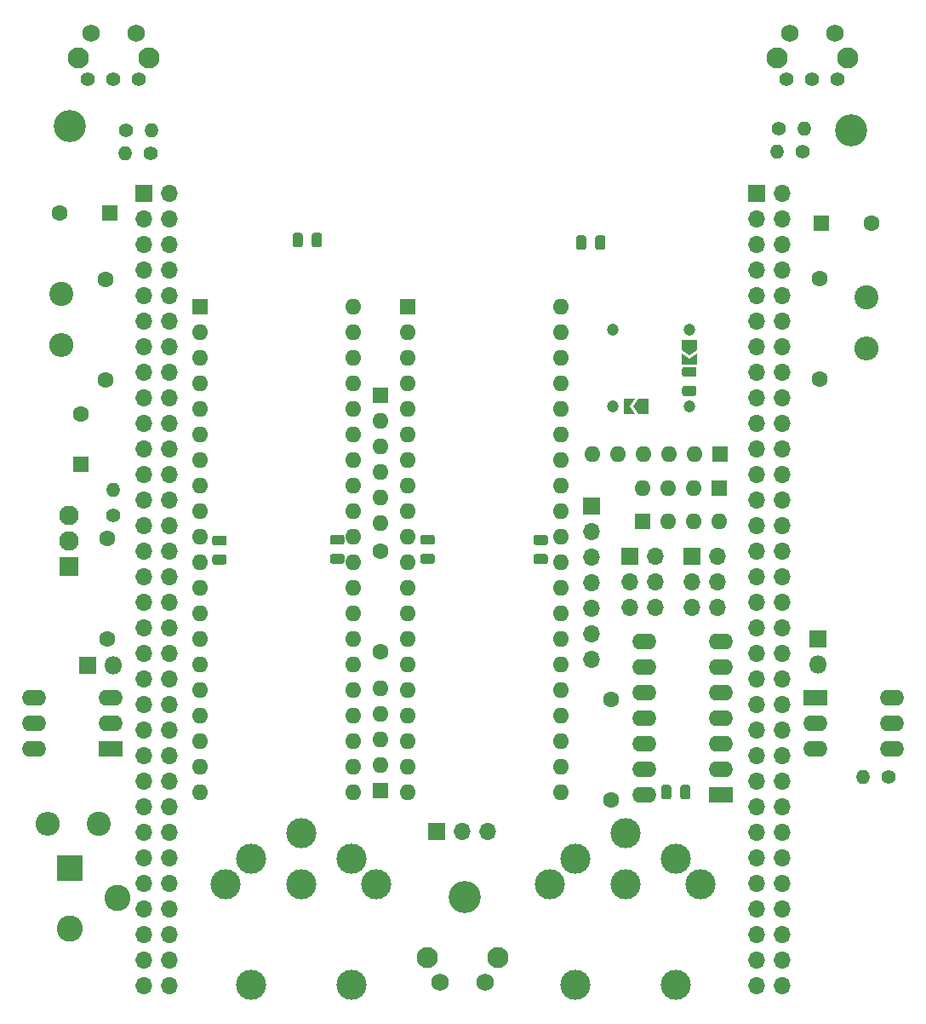
<source format=gbr>
G04 #@! TF.GenerationSoftware,KiCad,Pcbnew,(5.1.7)-1*
G04 #@! TF.CreationDate,2020-12-18T14:13:03+01:00*
G04 #@! TF.ProjectId,CR-VERSION,43522d56-4552-4534-994f-4e2e6b696361,rev?*
G04 #@! TF.SameCoordinates,Original*
G04 #@! TF.FileFunction,Soldermask,Bot*
G04 #@! TF.FilePolarity,Negative*
%FSLAX46Y46*%
G04 Gerber Fmt 4.6, Leading zero omitted, Abs format (unit mm)*
G04 Created by KiCad (PCBNEW (5.1.7)-1) date 2020-12-18 14:13:03*
%MOMM*%
%LPD*%
G01*
G04 APERTURE LIST*
%ADD10O,1.800000X1.800000*%
%ADD11R,1.800000X1.800000*%
%ADD12C,1.416000*%
%ADD13C,1.200000*%
%ADD14C,0.150000*%
%ADD15C,2.600000*%
%ADD16R,2.600000X2.600000*%
%ADD17C,1.600000*%
%ADD18R,1.600000X1.600000*%
%ADD19O,1.600000X1.600000*%
%ADD20O,2.400000X1.600000*%
%ADD21R,2.400000X1.600000*%
%ADD22O,1.400000X1.400000*%
%ADD23C,1.400000*%
%ADD24C,3.200000*%
%ADD25O,2.400000X2.400000*%
%ADD26C,2.400000*%
%ADD27C,2.100000*%
%ADD28C,1.750000*%
%ADD29O,1.700000X1.700000*%
%ADD30R,1.700000X1.700000*%
%ADD31C,1.935000*%
%ADD32R,1.935000X1.935000*%
%ADD33C,3.000000*%
G04 APERTURE END LIST*
D10*
X155303000Y-114894000D03*
D11*
X152763000Y-114894000D03*
D12*
X152763000Y-56601000D03*
X155303000Y-56601000D03*
X157843000Y-56601000D03*
X222232000Y-56601000D03*
X224772000Y-56601000D03*
X227312000Y-56601000D03*
D13*
X212580000Y-89113000D03*
X204960000Y-89113000D03*
X204960000Y-81493000D03*
X212580000Y-81493000D03*
G36*
G01*
X174157000Y-72128000D02*
X174157000Y-73078000D01*
G75*
G02*
X173907000Y-73328000I-250000J0D01*
G01*
X173407000Y-73328000D01*
G75*
G02*
X173157000Y-73078000I0J250000D01*
G01*
X173157000Y-72128000D01*
G75*
G02*
X173407000Y-71878000I250000J0D01*
G01*
X173907000Y-71878000D01*
G75*
G02*
X174157000Y-72128000I0J-250000D01*
G01*
G37*
G36*
G01*
X176057000Y-72128000D02*
X176057000Y-73078000D01*
G75*
G02*
X175807000Y-73328000I-250000J0D01*
G01*
X175307000Y-73328000D01*
G75*
G02*
X175057000Y-73078000I0J250000D01*
G01*
X175057000Y-72128000D01*
G75*
G02*
X175307000Y-71878000I250000J0D01*
G01*
X175807000Y-71878000D01*
G75*
G02*
X176057000Y-72128000I0J-250000D01*
G01*
G37*
G36*
G01*
X202351000Y-72382000D02*
X202351000Y-73332000D01*
G75*
G02*
X202101000Y-73582000I-250000J0D01*
G01*
X201601000Y-73582000D01*
G75*
G02*
X201351000Y-73332000I0J250000D01*
G01*
X201351000Y-72382000D01*
G75*
G02*
X201601000Y-72132000I250000J0D01*
G01*
X202101000Y-72132000D01*
G75*
G02*
X202351000Y-72382000I0J-250000D01*
G01*
G37*
G36*
G01*
X204251000Y-72382000D02*
X204251000Y-73332000D01*
G75*
G02*
X204001000Y-73582000I-250000J0D01*
G01*
X203501000Y-73582000D01*
G75*
G02*
X203251000Y-73332000I0J250000D01*
G01*
X203251000Y-72382000D01*
G75*
G02*
X203501000Y-72132000I250000J0D01*
G01*
X204001000Y-72132000D01*
G75*
G02*
X204251000Y-72382000I0J-250000D01*
G01*
G37*
G36*
G01*
X211709200Y-127942000D02*
X211709200Y-126992000D01*
G75*
G02*
X211959200Y-126742000I250000J0D01*
G01*
X212459200Y-126742000D01*
G75*
G02*
X212709200Y-126992000I0J-250000D01*
G01*
X212709200Y-127942000D01*
G75*
G02*
X212459200Y-128192000I-250000J0D01*
G01*
X211959200Y-128192000D01*
G75*
G02*
X211709200Y-127942000I0J250000D01*
G01*
G37*
G36*
G01*
X209809200Y-127942000D02*
X209809200Y-126992000D01*
G75*
G02*
X210059200Y-126742000I250000J0D01*
G01*
X210559200Y-126742000D01*
G75*
G02*
X210809200Y-126992000I0J-250000D01*
G01*
X210809200Y-127942000D01*
G75*
G02*
X210559200Y-128192000I-250000J0D01*
G01*
X210059200Y-128192000D01*
G75*
G02*
X209809200Y-127942000I0J250000D01*
G01*
G37*
D14*
G36*
X212605400Y-84054000D02*
G01*
X211855400Y-83554000D01*
X211855400Y-82554000D01*
X213355400Y-82554000D01*
X213355400Y-83554000D01*
X212605400Y-84054000D01*
G37*
G36*
X211855400Y-85004000D02*
G01*
X211855400Y-83854000D01*
X212605400Y-84354000D01*
X213355400Y-83854000D01*
X213355400Y-85004000D01*
X211855400Y-85004000D01*
G37*
D15*
X155685000Y-138023500D03*
X150985000Y-141023500D03*
D16*
X150985000Y-135023500D03*
D17*
X149922000Y-69936000D03*
D18*
X154922000Y-69936000D03*
D17*
X181909500Y-103497000D03*
X181909500Y-113497000D03*
D19*
X181846000Y-117180000D03*
X181846000Y-119720000D03*
X181846000Y-122260000D03*
X181846000Y-124800000D03*
D18*
X181846000Y-127340000D03*
D19*
X181896800Y-100695400D03*
X181896800Y-98155400D03*
X181896800Y-95615400D03*
X181896800Y-93075400D03*
X181896800Y-90535400D03*
D18*
X181896800Y-87995400D03*
D14*
G36*
X207021800Y-89138400D02*
G01*
X207521800Y-88388400D01*
X208521800Y-88388400D01*
X208521800Y-89888400D01*
X207521800Y-89888400D01*
X207021800Y-89138400D01*
G37*
G36*
X206071800Y-88388400D02*
G01*
X207221800Y-88388400D01*
X206721800Y-89138400D01*
X207221800Y-89888400D01*
X206071800Y-89888400D01*
X206071800Y-88388400D01*
G37*
G36*
G01*
X178053800Y-102887000D02*
X177103800Y-102887000D01*
G75*
G02*
X176853800Y-102637000I0J250000D01*
G01*
X176853800Y-102137000D01*
G75*
G02*
X177103800Y-101887000I250000J0D01*
G01*
X178053800Y-101887000D01*
G75*
G02*
X178303800Y-102137000I0J-250000D01*
G01*
X178303800Y-102637000D01*
G75*
G02*
X178053800Y-102887000I-250000J0D01*
G01*
G37*
G36*
G01*
X178053800Y-104787000D02*
X177103800Y-104787000D01*
G75*
G02*
X176853800Y-104537000I0J250000D01*
G01*
X176853800Y-104037000D01*
G75*
G02*
X177103800Y-103787000I250000J0D01*
G01*
X178053800Y-103787000D01*
G75*
G02*
X178303800Y-104037000I0J-250000D01*
G01*
X178303800Y-104537000D01*
G75*
G02*
X178053800Y-104787000I-250000J0D01*
G01*
G37*
G36*
G01*
X186095400Y-103787000D02*
X187045400Y-103787000D01*
G75*
G02*
X187295400Y-104037000I0J-250000D01*
G01*
X187295400Y-104537000D01*
G75*
G02*
X187045400Y-104787000I-250000J0D01*
G01*
X186095400Y-104787000D01*
G75*
G02*
X185845400Y-104537000I0J250000D01*
G01*
X185845400Y-104037000D01*
G75*
G02*
X186095400Y-103787000I250000J0D01*
G01*
G37*
G36*
G01*
X186095400Y-101887000D02*
X187045400Y-101887000D01*
G75*
G02*
X187295400Y-102137000I0J-250000D01*
G01*
X187295400Y-102637000D01*
G75*
G02*
X187045400Y-102887000I-250000J0D01*
G01*
X186095400Y-102887000D01*
G75*
G02*
X185845400Y-102637000I0J250000D01*
G01*
X185845400Y-102137000D01*
G75*
G02*
X186095400Y-101887000I250000J0D01*
G01*
G37*
G36*
G01*
X165394400Y-103863200D02*
X166344400Y-103863200D01*
G75*
G02*
X166594400Y-104113200I0J-250000D01*
G01*
X166594400Y-104613200D01*
G75*
G02*
X166344400Y-104863200I-250000J0D01*
G01*
X165394400Y-104863200D01*
G75*
G02*
X165144400Y-104613200I0J250000D01*
G01*
X165144400Y-104113200D01*
G75*
G02*
X165394400Y-103863200I250000J0D01*
G01*
G37*
G36*
G01*
X165394400Y-101963200D02*
X166344400Y-101963200D01*
G75*
G02*
X166594400Y-102213200I0J-250000D01*
G01*
X166594400Y-102713200D01*
G75*
G02*
X166344400Y-102963200I-250000J0D01*
G01*
X165394400Y-102963200D01*
G75*
G02*
X165144400Y-102713200I0J250000D01*
G01*
X165144400Y-102213200D01*
G75*
G02*
X165394400Y-101963200I250000J0D01*
G01*
G37*
G36*
G01*
X198297600Y-102912400D02*
X197347600Y-102912400D01*
G75*
G02*
X197097600Y-102662400I0J250000D01*
G01*
X197097600Y-102162400D01*
G75*
G02*
X197347600Y-101912400I250000J0D01*
G01*
X198297600Y-101912400D01*
G75*
G02*
X198547600Y-102162400I0J-250000D01*
G01*
X198547600Y-102662400D01*
G75*
G02*
X198297600Y-102912400I-250000J0D01*
G01*
G37*
G36*
G01*
X198297600Y-104812400D02*
X197347600Y-104812400D01*
G75*
G02*
X197097600Y-104562400I0J250000D01*
G01*
X197097600Y-104062400D01*
G75*
G02*
X197347600Y-103812400I250000J0D01*
G01*
X198297600Y-103812400D01*
G75*
G02*
X198547600Y-104062400I0J-250000D01*
G01*
X198547600Y-104562400D01*
G75*
G02*
X198297600Y-104812400I-250000J0D01*
G01*
G37*
G36*
G01*
X213080400Y-86199200D02*
X212130400Y-86199200D01*
G75*
G02*
X211880400Y-85949200I0J250000D01*
G01*
X211880400Y-85449200D01*
G75*
G02*
X212130400Y-85199200I250000J0D01*
G01*
X213080400Y-85199200D01*
G75*
G02*
X213330400Y-85449200I0J-250000D01*
G01*
X213330400Y-85949200D01*
G75*
G02*
X213080400Y-86199200I-250000J0D01*
G01*
G37*
G36*
G01*
X213080400Y-88099200D02*
X212130400Y-88099200D01*
G75*
G02*
X211880400Y-87849200I0J250000D01*
G01*
X211880400Y-87349200D01*
G75*
G02*
X212130400Y-87099200I250000J0D01*
G01*
X213080400Y-87099200D01*
G75*
G02*
X213330400Y-87349200I0J-250000D01*
G01*
X213330400Y-87849200D01*
G75*
G02*
X213080400Y-88099200I-250000J0D01*
G01*
G37*
D19*
X207957200Y-97215600D03*
X210497200Y-97215600D03*
X213037200Y-97215600D03*
D18*
X215577200Y-97215600D03*
D20*
X147429000Y-123161700D03*
X155049000Y-118081700D03*
X147429000Y-120621700D03*
X155049000Y-120621700D03*
X147429000Y-118081700D03*
D21*
X155049000Y-123161700D03*
D22*
X229852000Y-125943000D03*
D23*
X232392000Y-125943000D03*
D20*
X232773000Y-118107100D03*
X225153000Y-123187100D03*
X232773000Y-120647100D03*
X225153000Y-120647100D03*
X232773000Y-123187100D03*
D21*
X225153000Y-118107100D03*
D22*
X221343000Y-63840000D03*
D23*
X223883000Y-63840000D03*
D22*
X224010000Y-61554000D03*
D23*
X221470000Y-61554000D03*
D22*
X156446000Y-63967000D03*
D23*
X158986000Y-63967000D03*
D22*
X159113000Y-61681000D03*
D23*
X156573000Y-61681000D03*
D17*
X154541000Y-86540000D03*
X154541000Y-76540000D03*
X225534000Y-86413000D03*
X225534000Y-76413000D03*
X204833000Y-118229000D03*
X204833000Y-128229000D03*
D24*
X150985000Y-61300000D03*
X228709000Y-61681000D03*
X190228000Y-137881000D03*
D17*
X230724500Y-70952000D03*
D18*
X225724500Y-70952000D03*
D25*
X150096000Y-83017000D03*
D26*
X150096000Y-77937000D03*
D25*
X230233000Y-83398000D03*
D26*
X230233000Y-78318000D03*
D25*
X148749800Y-130642000D03*
D26*
X153829800Y-130642000D03*
D27*
X221363000Y-54519000D03*
D28*
X222613000Y-52029000D03*
X227113000Y-52029000D03*
D27*
X228373000Y-54519000D03*
D22*
X155303000Y-97418800D03*
D23*
X155303000Y-99958800D03*
D29*
X215437500Y-109115500D03*
X212897500Y-109115500D03*
X215437500Y-106575500D03*
X212897500Y-106575500D03*
X215437500Y-104035500D03*
D30*
X212897500Y-104035500D03*
D17*
X152102600Y-89853400D03*
D18*
X152102600Y-94853400D03*
D17*
X154668000Y-112244800D03*
X154668000Y-102244800D03*
D31*
X150858000Y-99958800D03*
X150858000Y-102498800D03*
D32*
X150858000Y-105038800D03*
D27*
X193573500Y-143900000D03*
D28*
X192323500Y-146390000D03*
X187823500Y-146390000D03*
D27*
X186563500Y-143900000D03*
D33*
X211230000Y-146589000D03*
X206230000Y-131589000D03*
X213730000Y-136589000D03*
X211230000Y-134089000D03*
X206230000Y-136589000D03*
X201230000Y-134089000D03*
X198730000Y-136589000D03*
X201230000Y-146589000D03*
D19*
X199816500Y-79207000D03*
X184576500Y-127467000D03*
X199816500Y-81747000D03*
X184576500Y-124927000D03*
X199816500Y-84287000D03*
X184576500Y-122387000D03*
X199816500Y-86827000D03*
X184576500Y-119847000D03*
X199816500Y-89367000D03*
X184576500Y-117307000D03*
X199816500Y-91907000D03*
X184576500Y-114767000D03*
X199816500Y-94447000D03*
X184576500Y-112227000D03*
X199816500Y-96987000D03*
X184576500Y-109687000D03*
X199816500Y-99527000D03*
X184576500Y-107147000D03*
X199816500Y-102067000D03*
X184576500Y-104607000D03*
X199816500Y-104607000D03*
X184576500Y-102067000D03*
X199816500Y-107147000D03*
X184576500Y-99527000D03*
X199816500Y-109687000D03*
X184576500Y-96987000D03*
X199816500Y-112227000D03*
X184576500Y-94447000D03*
X199816500Y-114767000D03*
X184576500Y-91907000D03*
X199816500Y-117307000D03*
X184576500Y-89367000D03*
X199816500Y-119847000D03*
X184576500Y-86827000D03*
X199816500Y-122387000D03*
X184576500Y-84287000D03*
X199816500Y-124927000D03*
X184576500Y-81747000D03*
X199816500Y-127467000D03*
D18*
X184576500Y-79207000D03*
D19*
X179179000Y-79207000D03*
X163939000Y-127467000D03*
X179179000Y-81747000D03*
X163939000Y-124927000D03*
X179179000Y-84287000D03*
X163939000Y-122387000D03*
X179179000Y-86827000D03*
X163939000Y-119847000D03*
X179179000Y-89367000D03*
X163939000Y-117307000D03*
X179179000Y-91907000D03*
X163939000Y-114767000D03*
X179179000Y-94447000D03*
X163939000Y-112227000D03*
X179179000Y-96987000D03*
X163939000Y-109687000D03*
X179179000Y-99527000D03*
X163939000Y-107147000D03*
X179179000Y-102067000D03*
X163939000Y-104607000D03*
X179179000Y-104607000D03*
X163939000Y-102067000D03*
X179179000Y-107147000D03*
X163939000Y-99527000D03*
X179179000Y-109687000D03*
X163939000Y-96987000D03*
X179179000Y-112227000D03*
X163939000Y-94447000D03*
X179179000Y-114767000D03*
X163939000Y-91907000D03*
X179179000Y-117307000D03*
X163939000Y-89367000D03*
X179179000Y-119847000D03*
X163939000Y-86827000D03*
X179179000Y-122387000D03*
X163939000Y-84287000D03*
X179179000Y-124927000D03*
X163939000Y-81747000D03*
X179179000Y-127467000D03*
D18*
X163939000Y-79207000D03*
D20*
X208135000Y-127721000D03*
X215755000Y-112481000D03*
X208135000Y-125181000D03*
X215755000Y-115021000D03*
X208135000Y-122641000D03*
X215755000Y-117561000D03*
X208135000Y-120101000D03*
X215755000Y-120101000D03*
X208135000Y-117561000D03*
X215755000Y-122641000D03*
X208135000Y-115021000D03*
X215755000Y-125181000D03*
X208135000Y-112481000D03*
D21*
X215755000Y-127721000D03*
D27*
X151830500Y-54519000D03*
D28*
X153080500Y-52029000D03*
X157580500Y-52029000D03*
D27*
X158840500Y-54519000D03*
D19*
X202928000Y-93875500D03*
X205468000Y-93875500D03*
X208008000Y-93875500D03*
X210548000Y-93875500D03*
X213088000Y-93875500D03*
D18*
X215628000Y-93875500D03*
D19*
X215564500Y-100543000D03*
X213024500Y-100543000D03*
X210484500Y-100543000D03*
D18*
X207944500Y-100543000D03*
D29*
X192514000Y-131340500D03*
X189974000Y-131340500D03*
D30*
X187434000Y-131340500D03*
D33*
X178972000Y-146589000D03*
X173972000Y-131589000D03*
X181472000Y-136589000D03*
X178972000Y-134089000D03*
X173972000Y-136589000D03*
X168972000Y-134089000D03*
X166472000Y-136589000D03*
X168972000Y-146589000D03*
D29*
X209214500Y-109115500D03*
X206674500Y-109115500D03*
X209214500Y-106575500D03*
X206674500Y-106575500D03*
X209214500Y-104035500D03*
D30*
X206674500Y-104035500D03*
D10*
X225407000Y-114767000D03*
D11*
X225407000Y-112227000D03*
D29*
X202902600Y-114309800D03*
X202902600Y-111769800D03*
X202902600Y-109229800D03*
X202902600Y-106689800D03*
X202902600Y-104149800D03*
X202902600Y-101609800D03*
D30*
X202902600Y-99069800D03*
D29*
X221840000Y-146740000D03*
X219300000Y-146740000D03*
X221840000Y-144200000D03*
X219300000Y-144200000D03*
X221840000Y-141660000D03*
X219300000Y-141660000D03*
X221840000Y-139120000D03*
X219300000Y-139120000D03*
X221840000Y-136580000D03*
X219300000Y-136580000D03*
X221840000Y-134040000D03*
X219300000Y-134040000D03*
X221840000Y-131500000D03*
X219300000Y-131500000D03*
X221840000Y-128960000D03*
X219300000Y-128960000D03*
X221840000Y-126420000D03*
X219300000Y-126420000D03*
X221840000Y-123880000D03*
X219300000Y-123880000D03*
X221840000Y-121340000D03*
X219300000Y-121340000D03*
X221840000Y-118800000D03*
X219300000Y-118800000D03*
X221840000Y-116260000D03*
X219300000Y-116260000D03*
X221840000Y-113720000D03*
X219300000Y-113720000D03*
X221840000Y-111180000D03*
X219300000Y-111180000D03*
X221840000Y-108640000D03*
X219300000Y-108640000D03*
X221840000Y-106100000D03*
X219300000Y-106100000D03*
X221840000Y-103560000D03*
X219300000Y-103560000D03*
X221840000Y-101020000D03*
X219300000Y-101020000D03*
X221840000Y-98480000D03*
X219300000Y-98480000D03*
X221840000Y-95940000D03*
X219300000Y-95940000D03*
X221840000Y-93400000D03*
X219300000Y-93400000D03*
X221840000Y-90860000D03*
X219300000Y-90860000D03*
X221840000Y-88320000D03*
X219300000Y-88320000D03*
X221840000Y-85780000D03*
X219300000Y-85780000D03*
X221840000Y-83240000D03*
X219300000Y-83240000D03*
X221840000Y-80700000D03*
X219300000Y-80700000D03*
X221840000Y-78160000D03*
X219300000Y-78160000D03*
X221840000Y-75620000D03*
X219300000Y-75620000D03*
X221840000Y-73080000D03*
X219300000Y-73080000D03*
X221840000Y-70540000D03*
X219300000Y-70540000D03*
X221840000Y-68000000D03*
D30*
X219300000Y-68000000D03*
X158360000Y-68000000D03*
D29*
X160900000Y-68000000D03*
X158360000Y-70540000D03*
X160900000Y-70540000D03*
X158360000Y-73080000D03*
X160900000Y-73080000D03*
X158360000Y-75620000D03*
X160900000Y-75620000D03*
X158360000Y-78160000D03*
X160900000Y-78160000D03*
X158360000Y-80700000D03*
X160900000Y-80700000D03*
X158360000Y-83240000D03*
X160900000Y-83240000D03*
X158360000Y-85780000D03*
X160900000Y-85780000D03*
X158360000Y-88320000D03*
X160900000Y-88320000D03*
X158360000Y-90860000D03*
X160900000Y-90860000D03*
X158360000Y-93400000D03*
X160900000Y-93400000D03*
X158360000Y-95940000D03*
X160900000Y-95940000D03*
X158360000Y-98480000D03*
X160900000Y-98480000D03*
X158360000Y-101020000D03*
X160900000Y-101020000D03*
X158360000Y-103560000D03*
X160900000Y-103560000D03*
X158360000Y-106100000D03*
X160900000Y-106100000D03*
X158360000Y-108640000D03*
X160900000Y-108640000D03*
X158360000Y-111180000D03*
X160900000Y-111180000D03*
X158360000Y-113720000D03*
X160900000Y-113720000D03*
X158360000Y-116260000D03*
X160900000Y-116260000D03*
X158360000Y-118800000D03*
X160900000Y-118800000D03*
X158360000Y-121340000D03*
X160900000Y-121340000D03*
X158360000Y-123880000D03*
X160900000Y-123880000D03*
X158360000Y-126420000D03*
X160900000Y-126420000D03*
X158360000Y-128960000D03*
X160900000Y-128960000D03*
X158360000Y-131500000D03*
X160900000Y-131500000D03*
X158360000Y-134040000D03*
X160900000Y-134040000D03*
X158360000Y-136580000D03*
X160900000Y-136580000D03*
X158360000Y-139120000D03*
X160900000Y-139120000D03*
X158360000Y-141660000D03*
X160900000Y-141660000D03*
X158360000Y-144200000D03*
X160900000Y-144200000D03*
X158360000Y-146740000D03*
X160900000Y-146740000D03*
M02*

</source>
